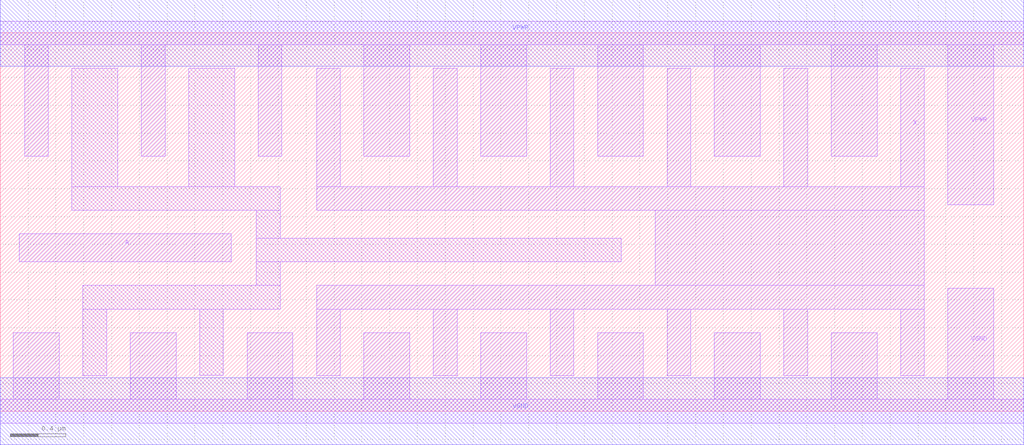
<source format=lef>
# Copyright 2020 The SkyWater PDK Authors
#
# Licensed under the Apache License, Version 2.0 (the "License");
# you may not use this file except in compliance with the License.
# You may obtain a copy of the License at
#
#     https://www.apache.org/licenses/LICENSE-2.0
#
# Unless required by applicable law or agreed to in writing, software
# distributed under the License is distributed on an "AS IS" BASIS,
# WITHOUT WARRANTIES OR CONDITIONS OF ANY KIND, either express or implied.
# See the License for the specific language governing permissions and
# limitations under the License.
#
# SPDX-License-Identifier: Apache-2.0

VERSION 5.5 ;
NAMESCASESENSITIVE ON ;
BUSBITCHARS "[]" ;
DIVIDERCHAR "/" ;
MACRO sky130_fd_sc_hd__buf_12
  CLASS CORE ;
  SOURCE USER ;
  ORIGIN  0.000000  0.000000 ;
  SIZE  7.360000 BY  2.720000 ;
  SYMMETRY X Y R90 ;
  SITE unithd ;
  PIN A
    ANTENNAGATEAREA  0.990000 ;
    DIRECTION INPUT ;
    USE SIGNAL ;
    PORT
      LAYER li1 ;
        RECT 0.135000 1.075000 1.660000 1.275000 ;
    END
  END A
  PIN X
    ANTENNADIFFAREA  2.673000 ;
    DIRECTION OUTPUT ;
    USE SIGNAL ;
    PORT
      LAYER li1 ;
        RECT 2.275000 0.255000 2.445000 0.735000 ;
        RECT 2.275000 0.735000 6.645000 0.905000 ;
        RECT 2.275000 1.445000 6.645000 1.615000 ;
        RECT 2.275000 1.615000 2.445000 2.465000 ;
        RECT 3.115000 0.255000 3.285000 0.735000 ;
        RECT 3.115000 1.615000 3.285000 2.465000 ;
        RECT 3.955000 0.255000 4.125000 0.735000 ;
        RECT 3.955000 1.615000 4.125000 2.465000 ;
        RECT 4.710000 0.905000 6.645000 1.445000 ;
        RECT 4.795000 0.255000 4.965000 0.735000 ;
        RECT 4.795000 1.615000 4.965000 2.465000 ;
        RECT 5.635000 0.255000 5.805000 0.735000 ;
        RECT 5.635000 1.615000 5.805000 2.465000 ;
        RECT 6.475000 0.255000 6.645000 0.735000 ;
        RECT 6.475000 1.615000 6.645000 2.465000 ;
    END
  END X
  PIN VGND
    DIRECTION INOUT ;
    SHAPE ABUTMENT ;
    USE GROUND ;
    PORT
      LAYER li1 ;
        RECT 0.000000 -0.085000 7.360000 0.085000 ;
        RECT 0.095000  0.085000 0.425000 0.565000 ;
        RECT 0.935000  0.085000 1.265000 0.565000 ;
        RECT 1.775000  0.085000 2.105000 0.565000 ;
        RECT 2.615000  0.085000 2.945000 0.565000 ;
        RECT 3.455000  0.085000 3.785000 0.565000 ;
        RECT 4.295000  0.085000 4.625000 0.565000 ;
        RECT 5.135000  0.085000 5.465000 0.565000 ;
        RECT 5.975000  0.085000 6.305000 0.565000 ;
        RECT 6.815000  0.085000 7.145000 0.885000 ;
    END
    PORT
      LAYER met1 ;
        RECT 0.000000 -0.240000 7.360000 0.240000 ;
    END
  END VGND
  PIN VNB
    DIRECTION INOUT ;
    USE GROUND ;
    PORT
    END
  END VNB
  PIN VPB
    DIRECTION INOUT ;
    USE POWER ;
    PORT
    END
  END VPB
  PIN VPWR
    DIRECTION INOUT ;
    SHAPE ABUTMENT ;
    USE POWER ;
    PORT
      LAYER li1 ;
        RECT 0.000000 2.635000 7.360000 2.805000 ;
        RECT 0.175000 1.835000 0.345000 2.635000 ;
        RECT 1.015000 1.835000 1.185000 2.635000 ;
        RECT 1.855000 1.835000 2.025000 2.635000 ;
        RECT 2.615000 1.835000 2.945000 2.635000 ;
        RECT 3.455000 1.835000 3.785000 2.635000 ;
        RECT 4.295000 1.835000 4.625000 2.635000 ;
        RECT 5.135000 1.835000 5.465000 2.635000 ;
        RECT 5.975000 1.835000 6.305000 2.635000 ;
        RECT 6.815000 1.485000 7.145000 2.635000 ;
    END
    PORT
      LAYER met1 ;
        RECT 0.000000 2.480000 7.360000 2.960000 ;
    END
  END VPWR
  OBS
    LAYER li1 ;
      RECT 0.515000 1.445000 2.015000 1.615000 ;
      RECT 0.515000 1.615000 0.845000 2.465000 ;
      RECT 0.595000 0.255000 0.765000 0.735000 ;
      RECT 0.595000 0.735000 2.015000 0.905000 ;
      RECT 1.355000 1.615000 1.685000 2.465000 ;
      RECT 1.435000 0.260000 1.605000 0.735000 ;
      RECT 1.840000 0.905000 2.015000 1.075000 ;
      RECT 1.840000 1.075000 4.465000 1.245000 ;
      RECT 1.840000 1.245000 2.015000 1.445000 ;
  END
END sky130_fd_sc_hd__buf_12
END LIBRARY

</source>
